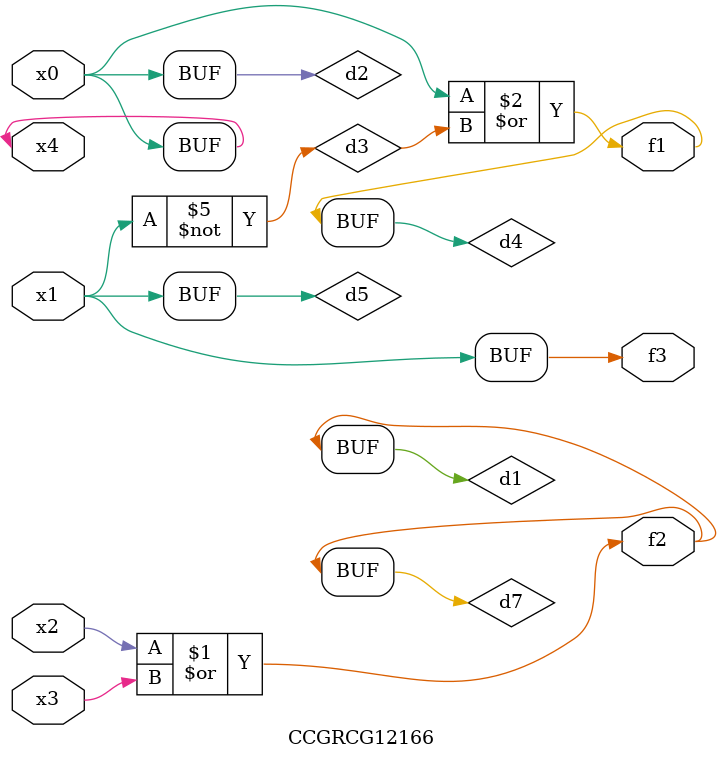
<source format=v>
module CCGRCG12166(
	input x0, x1, x2, x3, x4,
	output f1, f2, f3
);

	wire d1, d2, d3, d4, d5, d6, d7;

	or (d1, x2, x3);
	buf (d2, x0, x4);
	not (d3, x1);
	or (d4, d2, d3);
	not (d5, d3);
	nand (d6, d1, d3);
	or (d7, d1);
	assign f1 = d4;
	assign f2 = d7;
	assign f3 = d5;
endmodule

</source>
